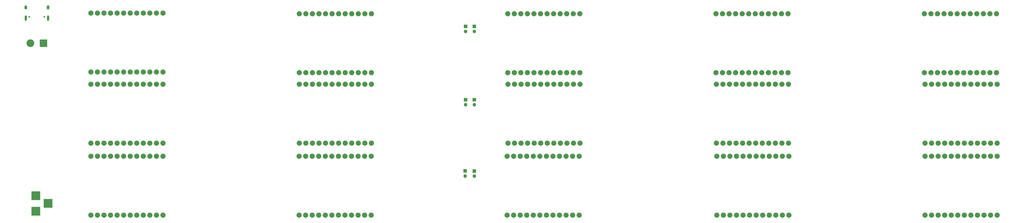
<source format=gbr>
%TF.GenerationSoftware,KiCad,Pcbnew,(6.0.11)*%
%TF.CreationDate,2023-07-11T13:36:56+02:00*%
%TF.ProjectId,T-DISPLAY-S3,542d4449-5350-44c4-9159-2d53332e6b69,1*%
%TF.SameCoordinates,Original*%
%TF.FileFunction,Soldermask,Bot*%
%TF.FilePolarity,Negative*%
%FSLAX46Y46*%
G04 Gerber Fmt 4.6, Leading zero omitted, Abs format (unit mm)*
G04 Created by KiCad (PCBNEW (6.0.11)) date 2023-07-11 13:36:56*
%MOMM*%
%LPD*%
G01*
G04 APERTURE LIST*
%ADD10R,1.350000X1.350000*%
%ADD11O,1.350000X1.350000*%
%ADD12R,3.500000X3.500000*%
%ADD13C,0.650000*%
%ADD14O,0.900000X2.100000*%
%ADD15O,1.000000X1.600000*%
%ADD16C,2.000000*%
%ADD17R,3.000000X3.000000*%
%ADD18C,3.000000*%
G04 APERTURE END LIST*
D10*
%TO.C,J4*%
X272796000Y-199787000D03*
D11*
X272796000Y-201787000D03*
%TD*%
D12*
%TO.C,J3*%
X106315000Y-265526000D03*
X106315000Y-271526000D03*
X111015000Y-268526000D03*
%TD*%
D10*
%TO.C,J6*%
X272796000Y-228235000D03*
D11*
X272796000Y-230235000D03*
%TD*%
D13*
%TO.C,J2*%
X109570000Y-196120000D03*
X103790000Y-196120000D03*
D14*
X111000000Y-196620000D03*
X102360000Y-196620000D03*
D15*
X111000000Y-192440000D03*
X102360000Y-192440000D03*
%TD*%
D16*
%TO.C,U1*%
X127660400Y-194640201D03*
X130200400Y-194640201D03*
X132740400Y-194640201D03*
X135280400Y-194640201D03*
X137820400Y-194640201D03*
X140360400Y-194640201D03*
X142900400Y-194640201D03*
X145440400Y-194640201D03*
X147980400Y-194640201D03*
X150520400Y-194640201D03*
X153060400Y-194640201D03*
X155600400Y-194640201D03*
X127660400Y-217502065D03*
X130200400Y-217502065D03*
X132740400Y-217502065D03*
X135280400Y-217502065D03*
X137820400Y-217502065D03*
X140360400Y-217502065D03*
X142900400Y-217502065D03*
X145440400Y-217502065D03*
X147980400Y-217502065D03*
X150520400Y-217502065D03*
X153060400Y-217502065D03*
X155600400Y-217502065D03*
%TD*%
%TO.C,U11*%
X127635000Y-250190000D03*
X130175000Y-250190000D03*
X132715000Y-250190000D03*
X135255000Y-250190000D03*
X137795000Y-250190000D03*
X140335000Y-250190000D03*
X142875000Y-250190000D03*
X145415000Y-250190000D03*
X147955000Y-250190000D03*
X150495000Y-250190000D03*
X153035000Y-250190000D03*
X155575000Y-250190000D03*
X127635000Y-273051864D03*
X130175000Y-273051864D03*
X132715000Y-273051864D03*
X135255000Y-273051864D03*
X137795000Y-273051864D03*
X140335000Y-273051864D03*
X142875000Y-273051864D03*
X145415000Y-273051864D03*
X147955000Y-273051864D03*
X150495000Y-273051864D03*
X153035000Y-273051864D03*
X155575000Y-273051864D03*
%TD*%
%TO.C,U7*%
X208438750Y-222250000D03*
X210978750Y-222250000D03*
X213518750Y-222250000D03*
X216058750Y-222250000D03*
X218598750Y-222250000D03*
X221138750Y-222250000D03*
X223678750Y-222250000D03*
X226218750Y-222250000D03*
X228758750Y-222250000D03*
X231298750Y-222250000D03*
X233838750Y-222250000D03*
X236378750Y-222250000D03*
X208438750Y-245111864D03*
X210978750Y-245111864D03*
X213518750Y-245111864D03*
X216058750Y-245111864D03*
X218598750Y-245111864D03*
X221138750Y-245111864D03*
X223678750Y-245111864D03*
X226218750Y-245111864D03*
X228758750Y-245111864D03*
X231298750Y-245111864D03*
X233838750Y-245111864D03*
X236378750Y-245111864D03*
%TD*%
%TO.C,U2*%
X208407000Y-194945000D03*
X210947000Y-194945000D03*
X213487000Y-194945000D03*
X216027000Y-194945000D03*
X218567000Y-194945000D03*
X221107000Y-194945000D03*
X223647000Y-194945000D03*
X226187000Y-194945000D03*
X228727000Y-194945000D03*
X231267000Y-194945000D03*
X233807000Y-194945000D03*
X236347000Y-194945000D03*
X208407000Y-217806864D03*
X210947000Y-217806864D03*
X213487000Y-217806864D03*
X216027000Y-217806864D03*
X218567000Y-217806864D03*
X221107000Y-217806864D03*
X223647000Y-217806864D03*
X226187000Y-217806864D03*
X228727000Y-217806864D03*
X231267000Y-217806864D03*
X233807000Y-217806864D03*
X236347000Y-217806864D03*
%TD*%
%TO.C,U12*%
X208280000Y-250190000D03*
X210820000Y-250190000D03*
X213360000Y-250190000D03*
X215900000Y-250190000D03*
X218440000Y-250190000D03*
X220980000Y-250190000D03*
X223520000Y-250190000D03*
X226060000Y-250190000D03*
X228600000Y-250190000D03*
X231140000Y-250190000D03*
X233680000Y-250190000D03*
X236220000Y-250190000D03*
X208280000Y-273051864D03*
X210820000Y-273051864D03*
X213360000Y-273051864D03*
X215900000Y-273051864D03*
X218440000Y-273051864D03*
X220980000Y-273051864D03*
X223520000Y-273051864D03*
X226060000Y-273051864D03*
X228600000Y-273051864D03*
X231140000Y-273051864D03*
X233680000Y-273051864D03*
X236220000Y-273051864D03*
%TD*%
%TO.C,U5*%
X450646800Y-194945000D03*
X453186800Y-194945000D03*
X455726800Y-194945000D03*
X458266800Y-194945000D03*
X460806800Y-194945000D03*
X463346800Y-194945000D03*
X465886800Y-194945000D03*
X468426800Y-194945000D03*
X470966800Y-194945000D03*
X473506800Y-194945000D03*
X476046800Y-194945000D03*
X478586800Y-194945000D03*
X450646800Y-217806864D03*
X453186800Y-217806864D03*
X455726800Y-217806864D03*
X458266800Y-217806864D03*
X460806800Y-217806864D03*
X463346800Y-217806864D03*
X465886800Y-217806864D03*
X468426800Y-217806864D03*
X470966800Y-217806864D03*
X473506800Y-217806864D03*
X476046800Y-217806864D03*
X478586800Y-217806864D03*
%TD*%
%TO.C,U10*%
X450850000Y-222250000D03*
X453390000Y-222250000D03*
X455930000Y-222250000D03*
X458470000Y-222250000D03*
X461010000Y-222250000D03*
X463550000Y-222250000D03*
X466090000Y-222250000D03*
X468630000Y-222250000D03*
X471170000Y-222250000D03*
X473710000Y-222250000D03*
X476250000Y-222250000D03*
X478790000Y-222250000D03*
X450850000Y-245111864D03*
X453390000Y-245111864D03*
X455930000Y-245111864D03*
X458470000Y-245111864D03*
X461010000Y-245111864D03*
X463550000Y-245111864D03*
X466090000Y-245111864D03*
X468630000Y-245111864D03*
X471170000Y-245111864D03*
X473710000Y-245111864D03*
X476250000Y-245111864D03*
X478790000Y-245111864D03*
%TD*%
%TO.C,U8*%
X289242500Y-222250000D03*
X291782500Y-222250000D03*
X294322500Y-222250000D03*
X296862500Y-222250000D03*
X299402500Y-222250000D03*
X301942500Y-222250000D03*
X304482500Y-222250000D03*
X307022500Y-222250000D03*
X309562500Y-222250000D03*
X312102500Y-222250000D03*
X314642500Y-222250000D03*
X317182500Y-222250000D03*
X289242500Y-245111864D03*
X291782500Y-245111864D03*
X294322500Y-245111864D03*
X296862500Y-245111864D03*
X299402500Y-245111864D03*
X301942500Y-245111864D03*
X304482500Y-245111864D03*
X307022500Y-245111864D03*
X309562500Y-245111864D03*
X312102500Y-245111864D03*
X314642500Y-245111864D03*
X317182500Y-245111864D03*
%TD*%
D10*
%TO.C,J8*%
X272669000Y-255905000D03*
D11*
X272669000Y-257905000D03*
%TD*%
D16*
%TO.C,U4*%
X369900200Y-194945000D03*
X372440200Y-194945000D03*
X374980200Y-194945000D03*
X377520200Y-194945000D03*
X380060200Y-194945000D03*
X382600200Y-194945000D03*
X385140200Y-194945000D03*
X387680200Y-194945000D03*
X390220200Y-194945000D03*
X392760200Y-194945000D03*
X395300200Y-194945000D03*
X397840200Y-194945000D03*
X369900200Y-217806864D03*
X372440200Y-217806864D03*
X374980200Y-217806864D03*
X377520200Y-217806864D03*
X380060200Y-217806864D03*
X382600200Y-217806864D03*
X385140200Y-217806864D03*
X387680200Y-217806864D03*
X390220200Y-217806864D03*
X392760200Y-217806864D03*
X395300200Y-217806864D03*
X397840200Y-217806864D03*
%TD*%
D17*
%TO.C,J1*%
X109220000Y-206375000D03*
D18*
X104140000Y-206375000D03*
%TD*%
D16*
%TO.C,U15*%
X450850000Y-250190000D03*
X453390000Y-250190000D03*
X455930000Y-250190000D03*
X458470000Y-250190000D03*
X461010000Y-250190000D03*
X463550000Y-250190000D03*
X466090000Y-250190000D03*
X468630000Y-250190000D03*
X471170000Y-250190000D03*
X473710000Y-250190000D03*
X476250000Y-250190000D03*
X478790000Y-250190000D03*
X450850000Y-273051864D03*
X453390000Y-273051864D03*
X455930000Y-273051864D03*
X458470000Y-273051864D03*
X461010000Y-273051864D03*
X463550000Y-273051864D03*
X466090000Y-273051864D03*
X468630000Y-273051864D03*
X471170000Y-273051864D03*
X473710000Y-273051864D03*
X476250000Y-273051864D03*
X478790000Y-273051864D03*
%TD*%
D10*
%TO.C,J5*%
X276225000Y-199787000D03*
D11*
X276225000Y-201787000D03*
%TD*%
D16*
%TO.C,U14*%
X370205000Y-250190000D03*
X372745000Y-250190000D03*
X375285000Y-250190000D03*
X377825000Y-250190000D03*
X380365000Y-250190000D03*
X382905000Y-250190000D03*
X385445000Y-250190000D03*
X387985000Y-250190000D03*
X390525000Y-250190000D03*
X393065000Y-250190000D03*
X395605000Y-250190000D03*
X398145000Y-250190000D03*
X370205000Y-273051864D03*
X372745000Y-273051864D03*
X375285000Y-273051864D03*
X377825000Y-273051864D03*
X380365000Y-273051864D03*
X382905000Y-273051864D03*
X385445000Y-273051864D03*
X387985000Y-273051864D03*
X390525000Y-273051864D03*
X393065000Y-273051864D03*
X395605000Y-273051864D03*
X398145000Y-273051864D03*
%TD*%
%TO.C,U3*%
X289153600Y-194945000D03*
X291693600Y-194945000D03*
X294233600Y-194945000D03*
X296773600Y-194945000D03*
X299313600Y-194945000D03*
X301853600Y-194945000D03*
X304393600Y-194945000D03*
X306933600Y-194945000D03*
X309473600Y-194945000D03*
X312013600Y-194945000D03*
X314553600Y-194945000D03*
X317093600Y-194945000D03*
X289153600Y-217806864D03*
X291693600Y-217806864D03*
X294233600Y-217806864D03*
X296773600Y-217806864D03*
X299313600Y-217806864D03*
X301853600Y-217806864D03*
X304393600Y-217806864D03*
X306933600Y-217806864D03*
X309473600Y-217806864D03*
X312013600Y-217806864D03*
X314553600Y-217806864D03*
X317093600Y-217806864D03*
%TD*%
%TO.C,U6*%
X127635000Y-222250000D03*
X130175000Y-222250000D03*
X132715000Y-222250000D03*
X135255000Y-222250000D03*
X137795000Y-222250000D03*
X140335000Y-222250000D03*
X142875000Y-222250000D03*
X145415000Y-222250000D03*
X147955000Y-222250000D03*
X150495000Y-222250000D03*
X153035000Y-222250000D03*
X155575000Y-222250000D03*
X127635000Y-245111864D03*
X130175000Y-245111864D03*
X132715000Y-245111864D03*
X135255000Y-245111864D03*
X137795000Y-245111864D03*
X140335000Y-245111864D03*
X142875000Y-245111864D03*
X145415000Y-245111864D03*
X147955000Y-245111864D03*
X150495000Y-245111864D03*
X153035000Y-245111864D03*
X155575000Y-245111864D03*
%TD*%
D10*
%TO.C,J7*%
X276225000Y-228235000D03*
D11*
X276225000Y-230235000D03*
%TD*%
D16*
%TO.C,U13*%
X288925000Y-250190000D03*
X291465000Y-250190000D03*
X294005000Y-250190000D03*
X296545000Y-250190000D03*
X299085000Y-250190000D03*
X301625000Y-250190000D03*
X304165000Y-250190000D03*
X306705000Y-250190000D03*
X309245000Y-250190000D03*
X311785000Y-250190000D03*
X314325000Y-250190000D03*
X316865000Y-250190000D03*
X288925000Y-273051864D03*
X291465000Y-273051864D03*
X294005000Y-273051864D03*
X296545000Y-273051864D03*
X299085000Y-273051864D03*
X301625000Y-273051864D03*
X304165000Y-273051864D03*
X306705000Y-273051864D03*
X309245000Y-273051864D03*
X311785000Y-273051864D03*
X314325000Y-273051864D03*
X316865000Y-273051864D03*
%TD*%
D10*
%TO.C,J9*%
X276225000Y-255921000D03*
D11*
X276225000Y-257921000D03*
%TD*%
D16*
%TO.C,U9*%
X370046250Y-222250000D03*
X372586250Y-222250000D03*
X375126250Y-222250000D03*
X377666250Y-222250000D03*
X380206250Y-222250000D03*
X382746250Y-222250000D03*
X385286250Y-222250000D03*
X387826250Y-222250000D03*
X390366250Y-222250000D03*
X392906250Y-222250000D03*
X395446250Y-222250000D03*
X397986250Y-222250000D03*
X370046250Y-245111864D03*
X372586250Y-245111864D03*
X375126250Y-245111864D03*
X377666250Y-245111864D03*
X380206250Y-245111864D03*
X382746250Y-245111864D03*
X385286250Y-245111864D03*
X387826250Y-245111864D03*
X390366250Y-245111864D03*
X392906250Y-245111864D03*
X395446250Y-245111864D03*
X397986250Y-245111864D03*
%TD*%
M02*

</source>
